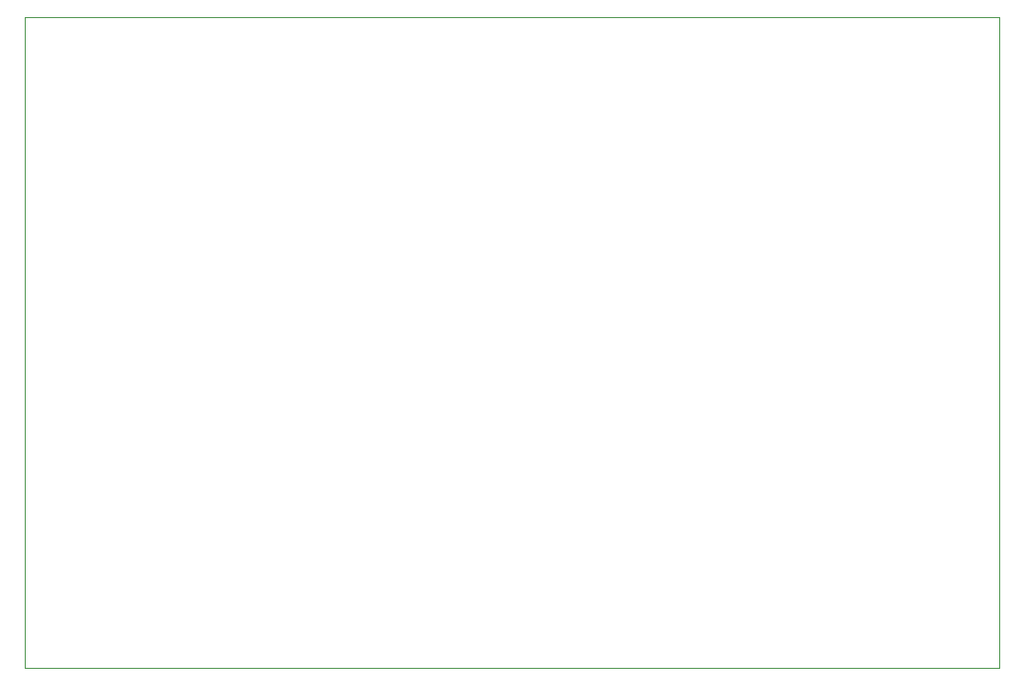
<source format=gbr>
%TF.GenerationSoftware,KiCad,Pcbnew,(7.0.0)*%
%TF.CreationDate,2023-02-15T20:10:10+09:00*%
%TF.ProjectId,_____,618744ac-c12e-46b6-9963-61645f706362,rev?*%
%TF.SameCoordinates,Original*%
%TF.FileFunction,Profile,NP*%
%FSLAX46Y46*%
G04 Gerber Fmt 4.6, Leading zero omitted, Abs format (unit mm)*
G04 Created by KiCad (PCBNEW (7.0.0)) date 2023-02-15 20:10:10*
%MOMM*%
%LPD*%
G01*
G04 APERTURE LIST*
%TA.AperFunction,Profile*%
%ADD10C,0.100000*%
%TD*%
G04 APERTURE END LIST*
D10*
X25020000Y-35000000D02*
X111600000Y-35000000D01*
X111600000Y-35000000D02*
X111600000Y-92950000D01*
X111600000Y-92950000D02*
X25020000Y-92950000D01*
X25020000Y-92950000D02*
X25020000Y-35000000D01*
M02*

</source>
